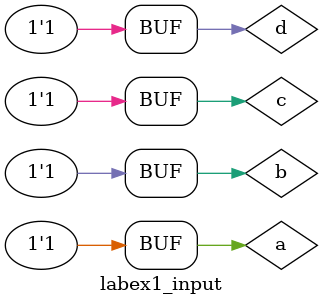
<source format=v>
`timescale 1ns/1ns
`include "labex1.v"

module labex1_input();
reg a,b,c,d;
wire f;

labex1 uut(a,b,c,d,f); 
initial begin

	$dumpfile("labex1_input.vcd");
	$dumpvars(0, labex1_input);

	a=0;
	b=0;
	c=0;
	d=0;
	#20;
	
	a=0;
	b=0;
	c=0;
	d=1;
	#20;
	
	a=0;
	b=0;
	c=1;
	d=0;
	#20;
	
	a=0;
	b=0;
	c=1;
	d=1;
	#20;
	
	a=0;
	b=1;
	c=0;
	d=0;
	#20;
	
	a=0;
	b=1;
	c=0;
	d=1;
	#20;
	
	a=0;
	b=1;
	c=1;
	d=0;
	#20;
	
	a=0;
	b=1;
	c=1;
	d=1;
	#20;
	
	a=1;
	b=0;
	c=0;
	d=0;
	#20;
	
	a=1;
	b=0;
	c=0;
	d=1;
	#20;
	
	a=1;
	b=0;
	c=1;
	d=0;
	#20;
	
	a=1;
	b=0;
	c=1;
	d=1;
	#20;
	
	a=1;
	b=1;
	c=0;
	d=0;
	#20;
	
	a=1;
	b=1;
	c=0;
	d=1;
	#20;
	
	a=1;
	b=1;
	c=1;
	d=0;
	#20;	
	
	a=1;
	b=1;
	c=1;
	d=1;
	#20;	
	$display("Test complete");
	
end
endmodule

</source>
